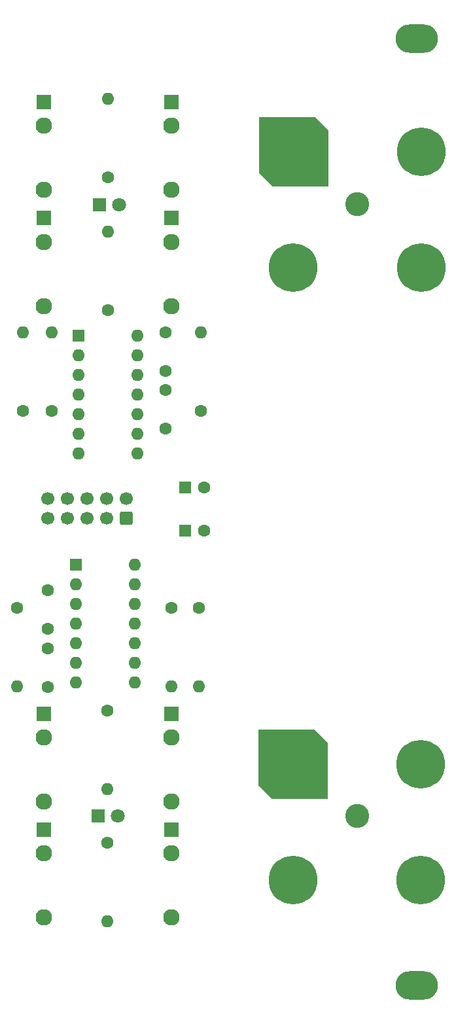
<source format=gbr>
%TF.GenerationSoftware,KiCad,Pcbnew,8.0.7*%
%TF.CreationDate,2025-01-06T00:46:59+00:00*%
%TF.ProjectId,multbuf,6d756c74-6275-4662-9e6b-696361645f70,rev?*%
%TF.SameCoordinates,Original*%
%TF.FileFunction,Soldermask,Bot*%
%TF.FilePolarity,Negative*%
%FSLAX46Y46*%
G04 Gerber Fmt 4.6, Leading zero omitted, Abs format (unit mm)*
G04 Created by KiCad (PCBNEW 8.0.7) date 2025-01-06 00:46:59*
%MOMM*%
%LPD*%
G01*
G04 APERTURE LIST*
G04 Aperture macros list*
%AMRoundRect*
0 Rectangle with rounded corners*
0 $1 Rounding radius*
0 $2 $3 $4 $5 $6 $7 $8 $9 X,Y pos of 4 corners*
0 Add a 4 corners polygon primitive as box body*
4,1,4,$2,$3,$4,$5,$6,$7,$8,$9,$2,$3,0*
0 Add four circle primitives for the rounded corners*
1,1,$1+$1,$2,$3*
1,1,$1+$1,$4,$5*
1,1,$1+$1,$6,$7*
1,1,$1+$1,$8,$9*
0 Add four rect primitives between the rounded corners*
20,1,$1+$1,$2,$3,$4,$5,0*
20,1,$1+$1,$4,$5,$6,$7,0*
20,1,$1+$1,$6,$7,$8,$9,0*
20,1,$1+$1,$8,$9,$2,$3,0*%
%AMOutline5P*
0 Free polygon, 5 corners , with rotation*
0 The origin of the aperture is its center*
0 number of corners: always 5*
0 $1 to $10 corner X, Y*
0 $11 Rotation angle, in degrees counterclockwise*
0 create outline with 5 corners*
4,1,5,$1,$2,$3,$4,$5,$6,$7,$8,$9,$10,$1,$2,$11*%
%AMOutline6P*
0 Free polygon, 6 corners , with rotation*
0 The origin of the aperture is its center*
0 number of corners: always 6*
0 $1 to $12 corner X, Y*
0 $13 Rotation angle, in degrees counterclockwise*
0 create outline with 6 corners*
4,1,6,$1,$2,$3,$4,$5,$6,$7,$8,$9,$10,$11,$12,$1,$2,$13*%
%AMOutline7P*
0 Free polygon, 7 corners , with rotation*
0 The origin of the aperture is its center*
0 number of corners: always 7*
0 $1 to $14 corner X, Y*
0 $15 Rotation angle, in degrees counterclockwise*
0 create outline with 7 corners*
4,1,7,$1,$2,$3,$4,$5,$6,$7,$8,$9,$10,$11,$12,$13,$14,$1,$2,$15*%
%AMOutline8P*
0 Free polygon, 8 corners , with rotation*
0 The origin of the aperture is its center*
0 number of corners: always 8*
0 $1 to $16 corner X, Y*
0 $17 Rotation angle, in degrees counterclockwise*
0 create outline with 8 corners*
4,1,8,$1,$2,$3,$4,$5,$6,$7,$8,$9,$10,$11,$12,$13,$14,$15,$16,$1,$2,$17*%
G04 Aperture macros list end*
%ADD10RoundRect,0.250000X0.600000X-0.600000X0.600000X0.600000X-0.600000X0.600000X-0.600000X-0.600000X0*%
%ADD11C,1.700000*%
%ADD12C,1.600000*%
%ADD13O,1.600000X1.600000*%
%ADD14R,1.600000X1.600000*%
%ADD15R,1.930000X1.830000*%
%ADD16C,2.130000*%
%ADD17C,3.100000*%
%ADD18Outline6P,-4.500000X4.500000X2.700000X4.500000X4.500000X2.700000X4.500000X-4.500000X-2.700000X-4.500000X-4.500000X-2.700000X0.000000*%
%ADD19C,6.300000*%
%ADD20R,1.800000X1.800000*%
%ADD21C,1.800000*%
%ADD22O,5.500000X3.700000*%
G04 APERTURE END LIST*
D10*
%TO.C,J1*%
X64880000Y-99952500D03*
D11*
X64880000Y-97412500D03*
X62340000Y-99952500D03*
X62340000Y-97412500D03*
X59800000Y-99952500D03*
X59800000Y-97412500D03*
X57260000Y-99952500D03*
X57260000Y-97412500D03*
X54720000Y-99952500D03*
X54720000Y-97412500D03*
%TD*%
D12*
%TO.C,C5*%
X54700000Y-116800000D03*
X54700000Y-121800000D03*
%TD*%
D13*
%TO.C,U1*%
X66320000Y-76375000D03*
X66320000Y-78915000D03*
X66320000Y-81455000D03*
X66320000Y-83995000D03*
X66320000Y-86535000D03*
X66320000Y-89075000D03*
X66320000Y-91615000D03*
X58700000Y-91615000D03*
X58700000Y-89075000D03*
X58700000Y-86535000D03*
X58700000Y-83995000D03*
X58700000Y-81455000D03*
X58700000Y-78915000D03*
D14*
X58700000Y-76375000D03*
%TD*%
D15*
%TO.C,J6*%
X54200000Y-125250000D03*
D16*
X54200000Y-136650000D03*
X54200000Y-128350000D03*
%TD*%
D17*
%TO.C,D1Hp*%
X94730000Y-138500000D03*
%TD*%
D12*
%TO.C,R6*%
X50750000Y-111590000D03*
D13*
X50750000Y-121750000D03*
%TD*%
D15*
%TO.C,J9*%
X70700000Y-140250000D03*
D16*
X70700000Y-151650000D03*
X70700000Y-143350000D03*
%TD*%
D18*
%TO.C,JJ1*%
X86550000Y-52520000D03*
%TD*%
D19*
%TO.C,JJ2*%
X103050000Y-52520000D03*
%TD*%
%TO.C,JJ3*%
X86500000Y-146770000D03*
%TD*%
D15*
%TO.C,J7*%
X70700000Y-125250000D03*
D16*
X70700000Y-136650000D03*
X70700000Y-128350000D03*
%TD*%
D15*
%TO.C,J8*%
X54200000Y-140250000D03*
D16*
X54200000Y-151650000D03*
X54200000Y-143350000D03*
%TD*%
D18*
%TO.C,JJ1*%
X86500000Y-131770000D03*
%TD*%
D19*
%TO.C,JJ3*%
X86500000Y-67540000D03*
%TD*%
%TO.C,JJ4*%
X103000000Y-146770000D03*
%TD*%
D14*
%TO.C,C1*%
X72500000Y-96000000D03*
D12*
X75000000Y-96000000D03*
%TD*%
D20*
%TO.C,D2*%
X61230000Y-138500000D03*
D21*
X63770000Y-138500000D03*
%TD*%
D15*
%TO.C,J3*%
X70750000Y-46100000D03*
D16*
X70750000Y-57500000D03*
X70750000Y-49200000D03*
%TD*%
D12*
%TO.C,C4*%
X70000000Y-83400000D03*
X70000000Y-88400000D03*
%TD*%
D17*
%TO.C,D1Hp*%
X94800000Y-59300000D03*
%TD*%
D12*
%TO.C,R10*%
X70750000Y-111540000D03*
D13*
X70750000Y-121700000D03*
%TD*%
D15*
%TO.C,J5*%
X70750000Y-61100000D03*
D16*
X70750000Y-72500000D03*
X70750000Y-64200000D03*
%TD*%
D12*
%TO.C,R3*%
X62500000Y-55830000D03*
D13*
X62500000Y-45670000D03*
%TD*%
%TO.C,R9*%
X62400000Y-152160000D03*
D12*
X62400000Y-142000000D03*
%TD*%
%TO.C,C6*%
X54700000Y-114300000D03*
X54700000Y-109300000D03*
%TD*%
%TO.C,R8*%
X74250000Y-111540000D03*
D13*
X74250000Y-121700000D03*
%TD*%
D12*
%TO.C,C3*%
X70000000Y-80900000D03*
X70000000Y-75900000D03*
%TD*%
%TO.C,R1*%
X51500000Y-86080000D03*
D13*
X51500000Y-75920000D03*
%TD*%
D12*
%TO.C,R7*%
X62400000Y-124820000D03*
D13*
X62400000Y-134980000D03*
%TD*%
D15*
%TO.C,J2*%
X54250000Y-46100000D03*
D16*
X54250000Y-57500000D03*
X54250000Y-49200000D03*
%TD*%
D14*
%TO.C,U2*%
X58380000Y-106000000D03*
D13*
X58380000Y-108540000D03*
X58380000Y-111080000D03*
X58380000Y-113620000D03*
X58380000Y-116160000D03*
X58380000Y-118700000D03*
X58380000Y-121240000D03*
X66000000Y-121240000D03*
X66000000Y-118700000D03*
X66000000Y-116160000D03*
X66000000Y-113620000D03*
X66000000Y-111080000D03*
X66000000Y-108540000D03*
X66000000Y-106000000D03*
%TD*%
D19*
%TO.C,JJ2*%
X103000000Y-131770000D03*
%TD*%
%TO.C,JJ4*%
X103050000Y-67520000D03*
%TD*%
D15*
%TO.C,J4*%
X54250000Y-61100000D03*
D16*
X54250000Y-72500000D03*
X54250000Y-64200000D03*
%TD*%
D12*
%TO.C,R2*%
X62500000Y-73000000D03*
D13*
X62500000Y-62840000D03*
%TD*%
D12*
%TO.C,R4*%
X55250000Y-86080000D03*
D13*
X55250000Y-75920000D03*
%TD*%
D12*
%TO.C,R5*%
X74500000Y-86080000D03*
D13*
X74500000Y-75920000D03*
%TD*%
D20*
%TO.C,D1*%
X61410000Y-59400000D03*
D21*
X63950000Y-59400000D03*
%TD*%
D14*
%TO.C,C2*%
X72500000Y-101600000D03*
D12*
X75000000Y-101600000D03*
%TD*%
D22*
%TO.C,*%
X102440000Y-37905000D03*
%TD*%
%TO.C,*%
X102440000Y-160405000D03*
%TD*%
M02*

</source>
